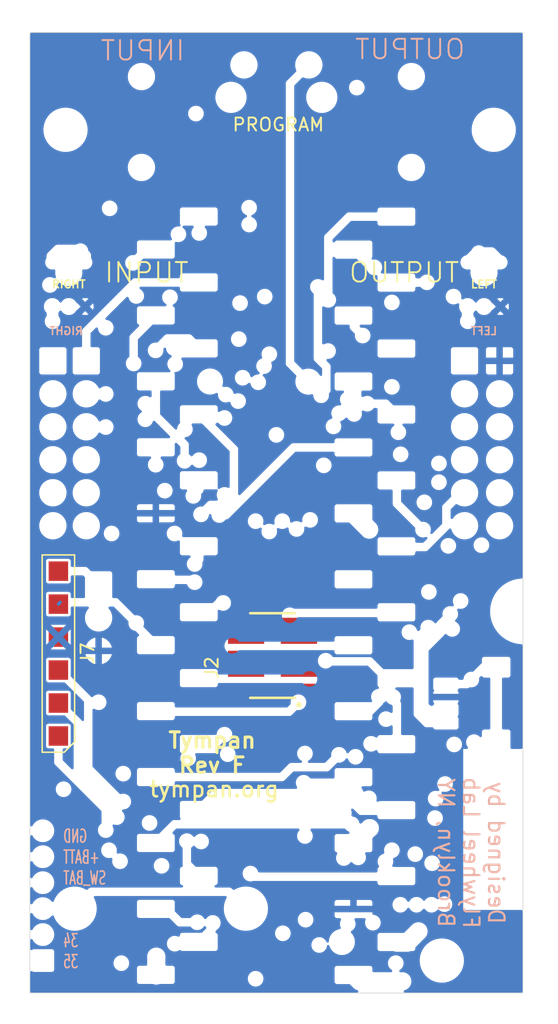
<source format=kicad_pcb>
(kicad_pcb (version 20221018) (generator pcbnew)
  (layers (0 "F.Cu" mixed) (31 "B.Cu" mixed) (34 "B.Paste" user) (35 "F.Paste" user) (36 "B.SilkS" user "B.Silkscreen") (37 "F.SilkS" user "F.Silkscreen") (38 "B.Mask" user) (39 "F.Mask" user) (44 "Edge.Cuts" user))
  (net 0 "")
  (net 2 "GND")
  (net 3 "+3.3V")
  (net 4 "/BT_nRESET")
  (net 5 "/SWDIO")
  (net 6 "/SWCLK")
  (net 7 "/SWO")
  (footprint "MountingHole:MountingHole_3mm" (layer "F.Cu") (at 170.15 66.7)
    (fp_text reference "P6" hide)
    (fp_text value "CONN_01X01")
    (pad "" np_thru_hole circle (at 0 0) (size 3 3) (drill 3) (layers "*.Cu" "*.Mask"))
  )
  (footprint "MountingHole:MountingHole_3mm" (layer "F.Cu") (at 137.15 66.7)
    (fp_text reference "P8" hide)
    (fp_text value "CONN_01X01")
    (pad "" np_thru_hole circle (at 0 0) (size 3 3) (drill 3) (layers "*.Cu" "*.Mask"))
  )
  (footprint "MountingHole:MountingHole_3mm" (layer "F.Cu") (at 166.15 130.7)
    (fp_text reference "P7")
    (fp_text value "CONN_01X01")
    (pad "" np_thru_hole circle (at 0 0) (size 3 3) (drill 3) (layers "*.Cu" "*.Mask"))
  )
  (footprint "Solutions:J-Link_SMT_SIP_0.1inP" (layer "F.Cu") (at 136.6 107.05 90)
    (fp_text reference "J7" (at 0 2.25 90) (layer "F.SilkS"))
    (fp_text value "J-Link")
    (fp_line (start -7.6 -1.25) (end 7.6 -1.25) (stroke (width 0.12)) (layer "F.SilkS"))
    (fp_line (start -7.6 0.45) (end -7.6 -1.25) (stroke (width 0.12)) (layer "F.SilkS"))
    (fp_line (start -6.8 1.25) (end -7.6 0.45) (stroke (width 0.12)) (layer "F.SilkS"))
    (fp_line (start 7.6 -1.25) (end 7.6 1.25) (stroke (width 0.12)) (layer "F.SilkS"))
    (fp_line (start 7.6 1.25) (end -6.8 1.25) (stroke (width 0.12)) (layer "F.SilkS"))
    (pad "1" smd rect (at -6.35 0 90) (size 1.5 1.5) (layers "F.Cu" "F.Paste" "F.Mask") (net 5 "/SWDIO"))
    (pad "2" smd rect (at -3.81 0 90) (size 1.5 1.5) (layers "F.Cu" "F.Paste" "F.Mask") (net 6 "/SWCLK"))
    (pad "3" smd rect (at -1.27 0 90) (size 1.5 1.5) (layers "F.Cu" "F.Paste" "F.Mask") (net 7 "/SWO"))
    (pad "4" smd rect (at 1.27 0 90) (size 1.5 1.5) (layers "F.Cu" "F.Paste" "F.Mask") (net 3 "+3.3V"))
    (pad "5" smd rect (at 3.81 0 90) (size 1.5 1.5) (layers "F.Cu" "F.Paste" "F.Mask") (net 4 "/BT_nRESET"))
    (pad "6" smd rect (at 6.35 0 90) (size 1.5 1.5) (layers "F.Cu" "F.Paste" "F.Mask") (net 2 "GND"))
  )
  (footprint "Tympan:SAMTEC_FTSH-105-01-L-DV-K" (layer "F.Cu") (at 153.1 107.2 90)
    (fp_text reference "J2" (at -0.931 -4.681 90) (layer "F.SilkS"))
    (fp_text value "FTSH-105-01-L-DV-K")
    (fp_line (start -3.26 -1.715) (end -3.26 1.715) (stroke (width 0.2)) (layer "F.SilkS"))
    (fp_line (start 3.26 1.715) (end 3.26 -1.715) (stroke (width 0.2)) (layer "F.SilkS"))
    (fp_circle (center -3.79 2.035) (end -3.69 2.035) (stroke (width 0.2)) (fill none) (layer "F.SilkS"))
    (pad "01" smd rect (at -2.54 2.035 90) (size 0.74 2.79) (layers "F.Cu" "F.Paste" "F.Mask") (net 3 "+3.3V"))
    (pad "02" smd rect (at -2.54 -2.035 90) (size 0.74 2.79) (layers "F.Cu" "F.Paste" "F.Mask") (net 5 "/SWDIO"))
    (pad "03" smd rect (at -1.27 2.035 90) (size 0.74 2.79) (layers "F.Cu" "F.Paste" "F.Mask") (net 2 "GND"))
    (pad "04" smd rect (at -1.27 -2.035 90) (size 0.74 2.79) (layers "F.Cu" "F.Paste" "F.Mask") (net 6 "/SWCLK"))
    (pad "05" smd rect (at 0 2.035 90) (size 0.74 2.79) (layers "F.Cu" "F.Paste" "F.Mask") (net 2 "GND"))
    (pad "06" smd rect (at 0 -2.035 90) (size 0.74 2.79) (layers "F.Cu" "F.Paste" "F.Mask") (net 7 "/SWO"))
    (pad "07" smd rect (at 1.27 2.035 90) (size 0.74 2.79) (layers "F.Cu" "F.Paste" "F.Mask") (net 2 "GND"))
    (pad "08" smd rect (at 1.27 -2.035 90) (size 0.74 2.79) (layers "F.Cu" "F.Paste" "F.Mask"))
    (pad "09" smd rect (at 2.54 2.035 90) (size 0.74 2.79) (layers "F.Cu" "F.Paste" "F.Mask") (net 2 "GND"))
    (pad "10" smd rect (at 2.54 -2.035 90) (size 0.74 2.79) (layers "F.Cu" "F.Paste" "F.Mask") (net 4 "/BT_nRESET"))
  )
  (gr_line (start 134.4 59.2) (end 134.4 133.2) (stroke (width 0.05)) (layer "Edge.Cuts"))
  (gr_line (start 172.4 101.3) (end 172.4 133.2) (stroke (width 0.05)) (layer "Edge.Cuts"))
  (gr_line (start 172.4 59.2) (end 134.4 59.2) (stroke (width 0.05)) (layer "Edge.Cuts"))
  (gr_line (start 172.4 101.3) (end 172.4 59.2) (stroke (width 0.05)) (layer "Edge.Cuts"))
  (gr_line (start 134.4 133.2) (end 172.4 133.2) (stroke (width 0.05)) (layer "Edge.Cuts"))
  (gr_text "INPUT" (at 143.1 60.6) (layer "B.SilkS") (effects (font (size 1.5 1.5)) (justify mirror)))
  (gr_text "OUTPUT" (at 163.7 60.5) (layer "B.SilkS") (effects (font (size 1.5 1.5)) (justify mirror)))
  (gr_text "GND\n+BATT\nSW_BAT\n\n\n34\n35" (at 136.9 125.95) (layer "B.SilkS") (effects (font (size 1 0.6) (thickness 0.125)) (justify right mirror)))
  (gr_text "RIGHT" (at 137.2 82.2) (layer "B.SilkS") (effects (font (size 0.6 0.6) (thickness 0.125)) (justify mirror)))
  (gr_text "Designed by\nFlywheel Lab\nBrooklyn, NY" (at 168.4 122.4 -90) (layer "B.SilkS") (effects (font (size 1.2 1.2) (thickness 0.17)) (justify mirror)))
  (gr_text "LEFT" (at 169.4 82.2) (layer "B.SilkS") (effects (font (size 0.6 0.6) (thickness 0.125)) (justify mirror)))
  (gr_text "RIGHT" (at 137.4 78.6) (layer "F.SilkS") (effects (font (size 0.6 0.6) (thickness 0.125))))
  (gr_text "OUTPUT" (at 163.25 77.7) (layer "F.SilkS") (effects (font (size 1.5 1.5))))
  (gr_text "tympan.org" (at 148.6 117.5) (layer "F.SilkS") (effects (font (size 1.2 1.2) (thickness 0.2))))
  (gr_text "PROGRAM" (at 153.55 66.3) (layer "F.SilkS") (effects (font (size 1 1))))
  (gr_text "LEFT" (at 169.4 78.6) (layer "F.SilkS") (effects (font (size 0.6 0.6) (thickness 0.125))))
  (gr_text "Tympan\nRev F" (at 148.45 114.7) (layer "F.SilkS") (effects (font (size 1.2 1.2) (thickness 0.24) bold)))
  (gr_text "INPUT" (at 143.4 77.7) (layer "F.SilkS") (effects (font (size 1.5 1.5))))
  (segment (start 136.6 103.24) (end 136.74 103.1) (width 0.25) (layer "B.Cu") (net 4))
  (zone (net 3) (net_name "+3.3V") (layer "B.Cu") (connect_pads (clearance 0.2)) (min_thickness 0.2) (fill yes (thermal_gap 0.2) (thermal_bridge_width 0.5) (smoothing chamfer))
    (polygon (pts (xy 133.5 134.2) (xy 133.6 58.4) (xy 173.4 58.1) (xy 173.6 134)))
  )
)
</source>
